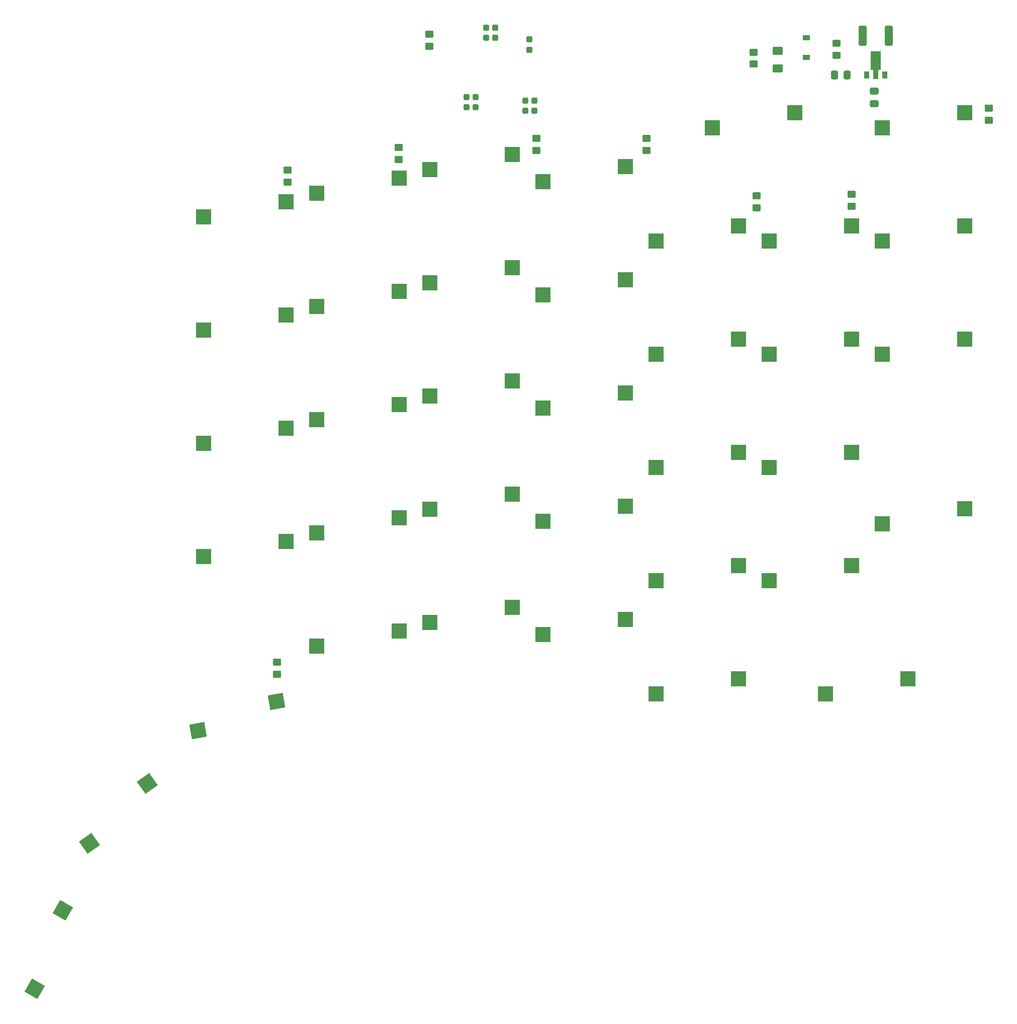
<source format=gbr>
%TF.GenerationSoftware,KiCad,Pcbnew,(6.0.0)*%
%TF.CreationDate,2022-01-02T22:49:07-08:00*%
%TF.ProjectId,thumbler_right,7468756d-626c-4657-925f-72696768742e,rev?*%
%TF.SameCoordinates,Original*%
%TF.FileFunction,Paste,Bot*%
%TF.FilePolarity,Positive*%
%FSLAX46Y46*%
G04 Gerber Fmt 4.6, Leading zero omitted, Abs format (unit mm)*
G04 Created by KiCad (PCBNEW (6.0.0)) date 2022-01-02 22:49:07*
%MOMM*%
%LPD*%
G01*
G04 APERTURE LIST*
G04 Aperture macros list*
%AMRoundRect*
0 Rectangle with rounded corners*
0 $1 Rounding radius*
0 $2 $3 $4 $5 $6 $7 $8 $9 X,Y pos of 4 corners*
0 Add a 4 corners polygon primitive as box body*
4,1,4,$2,$3,$4,$5,$6,$7,$8,$9,$2,$3,0*
0 Add four circle primitives for the rounded corners*
1,1,$1+$1,$2,$3*
1,1,$1+$1,$4,$5*
1,1,$1+$1,$6,$7*
1,1,$1+$1,$8,$9*
0 Add four rect primitives between the rounded corners*
20,1,$1+$1,$2,$3,$4,$5,0*
20,1,$1+$1,$4,$5,$6,$7,0*
20,1,$1+$1,$6,$7,$8,$9,0*
20,1,$1+$1,$8,$9,$2,$3,0*%
%AMRotRect*
0 Rectangle, with rotation*
0 The origin of the aperture is its center*
0 $1 length*
0 $2 width*
0 $3 Rotation angle, in degrees counterclockwise*
0 Add horizontal line*
21,1,$1,$2,0,0,$3*%
%AMFreePoly0*
4,1,9,3.862500,-0.866500,0.737500,-0.866500,0.737500,-0.450000,-0.737500,-0.450000,-0.737500,0.450000,0.737500,0.450000,0.737500,0.866500,3.862500,0.866500,3.862500,-0.866500,3.862500,-0.866500,$1*%
G04 Aperture macros list end*
%ADD10R,2.550000X2.500000*%
%ADD11RotRect,2.550000X2.500000X10.000000*%
%ADD12RotRect,2.550000X2.500000X35.450000*%
%ADD13RotRect,2.550000X2.500000X60.000000*%
%ADD14RoundRect,0.250000X-0.475000X0.337500X-0.475000X-0.337500X0.475000X-0.337500X0.475000X0.337500X0*%
%ADD15RoundRect,0.250000X0.337500X0.475000X-0.337500X0.475000X-0.337500X-0.475000X0.337500X-0.475000X0*%
%ADD16RoundRect,0.237500X-0.237500X0.300000X-0.237500X-0.300000X0.237500X-0.300000X0.237500X0.300000X0*%
%ADD17RoundRect,0.237500X0.237500X-0.300000X0.237500X0.300000X-0.237500X0.300000X-0.237500X-0.300000X0*%
%ADD18RoundRect,0.249999X0.450001X-0.325001X0.450001X0.325001X-0.450001X0.325001X-0.450001X-0.325001X0*%
%ADD19RoundRect,0.249999X-0.450001X0.350001X-0.450001X-0.350001X0.450001X-0.350001X0.450001X0.350001X0*%
%ADD20R,0.900000X1.300000*%
%ADD21FreePoly0,90.000000*%
%ADD22R,1.200000X0.900000*%
%ADD23RoundRect,0.250000X0.400000X1.450000X-0.400000X1.450000X-0.400000X-1.450000X0.400000X-1.450000X0*%
%ADD24RoundRect,0.250001X-0.624999X0.462499X-0.624999X-0.462499X0.624999X-0.462499X0.624999X0.462499X0*%
G04 APERTURE END LIST*
D10*
%TO.C,S35*%
X349089000Y-171007500D03*
X362939000Y-168467500D03*
%TD*%
D11*
%TO.C,S44*%
X348170987Y-257434169D03*
X361369508Y-252527730D03*
%TD*%
D12*
%TO.C,S45*%
X329832678Y-276381602D03*
X339642011Y-266279569D03*
%TD*%
D13*
%TO.C,S46*%
X320664295Y-300882352D03*
X325389591Y-287617900D03*
%TD*%
D10*
%TO.C,S71*%
X453864000Y-251207500D03*
X467714000Y-248667500D03*
%TD*%
%TO.C,S39*%
X368139000Y-167007500D03*
X381989000Y-164467500D03*
%TD*%
%TO.C,S47*%
X387189000Y-163007500D03*
X401039000Y-160467500D03*
%TD*%
%TO.C,S52*%
X406239000Y-165007500D03*
X420089000Y-162467500D03*
%TD*%
%TO.C,S57*%
X425289000Y-175007500D03*
X439139000Y-172467500D03*
%TD*%
%TO.C,S62*%
X434814000Y-155957500D03*
X448664000Y-153417500D03*
%TD*%
%TO.C,S67*%
X463389000Y-155957500D03*
X477239000Y-153417500D03*
%TD*%
%TO.C,S36*%
X349089000Y-190057500D03*
X362939000Y-187517500D03*
%TD*%
%TO.C,S40*%
X368139000Y-186057500D03*
X381989000Y-183517500D03*
%TD*%
%TO.C,S48*%
X387189000Y-182057500D03*
X401039000Y-179517500D03*
%TD*%
%TO.C,S53*%
X406239000Y-184057500D03*
X420089000Y-181517500D03*
%TD*%
%TO.C,S58*%
X425289000Y-194057500D03*
X439139000Y-191517500D03*
%TD*%
%TO.C,S63*%
X444339000Y-175007500D03*
X458189000Y-172467500D03*
%TD*%
%TO.C,S68*%
X463389000Y-175007500D03*
X477239000Y-172467500D03*
%TD*%
%TO.C,S37*%
X349089000Y-209107500D03*
X362939000Y-206567500D03*
%TD*%
%TO.C,S41*%
X368139000Y-205107500D03*
X381989000Y-202567500D03*
%TD*%
%TO.C,S49*%
X387189000Y-201107500D03*
X401039000Y-198567500D03*
%TD*%
%TO.C,S54*%
X406239000Y-203107500D03*
X420089000Y-200567500D03*
%TD*%
%TO.C,S59*%
X425289000Y-213107500D03*
X439139000Y-210567500D03*
%TD*%
%TO.C,S64*%
X444339000Y-194057500D03*
X458189000Y-191517500D03*
%TD*%
%TO.C,S69*%
X463389000Y-194057500D03*
X477239000Y-191517500D03*
%TD*%
%TO.C,S38*%
X349089000Y-228157500D03*
X362939000Y-225617500D03*
%TD*%
%TO.C,S42*%
X368139000Y-224157500D03*
X381989000Y-221617500D03*
%TD*%
%TO.C,S50*%
X387189000Y-220157500D03*
X401039000Y-217617500D03*
%TD*%
%TO.C,S55*%
X406239000Y-222157500D03*
X420089000Y-219617500D03*
%TD*%
%TO.C,S60*%
X425289000Y-232157500D03*
X439139000Y-229617500D03*
%TD*%
%TO.C,S65*%
X444339000Y-213107500D03*
X458189000Y-210567500D03*
%TD*%
%TO.C,S70*%
X463389000Y-222632500D03*
X477239000Y-220092500D03*
%TD*%
%TO.C,S43*%
X368139000Y-243207500D03*
X381989000Y-240667500D03*
%TD*%
%TO.C,S51*%
X387189000Y-239207500D03*
X401039000Y-236667500D03*
%TD*%
%TO.C,S56*%
X406239000Y-241207500D03*
X420089000Y-238667500D03*
%TD*%
%TO.C,S61*%
X425289000Y-251207500D03*
X439139000Y-248667500D03*
%TD*%
%TO.C,S66*%
X444339000Y-232157500D03*
X458189000Y-229617500D03*
%TD*%
D14*
%TO.C,C14*%
X462026000Y-149817000D03*
X462026000Y-151892000D03*
%TD*%
D15*
%TO.C,C15*%
X457454000Y-147066000D03*
X455379000Y-147066000D03*
%TD*%
D16*
%TO.C,C16*%
X393410500Y-150780500D03*
X393410500Y-152505500D03*
%TD*%
%TO.C,C17*%
X404840500Y-153140500D03*
X404840500Y-151415500D03*
%TD*%
%TO.C,C18*%
X394934500Y-150780500D03*
X394934500Y-152505500D03*
%TD*%
%TO.C,C19*%
X403316500Y-153140500D03*
X403316500Y-151415500D03*
%TD*%
D17*
%TO.C,C20*%
X403951500Y-142829200D03*
X403951500Y-141104200D03*
%TD*%
%TO.C,C21*%
X396712500Y-140821500D03*
X396712500Y-139096500D03*
%TD*%
%TO.C,C22*%
X398236500Y-140821500D03*
X398236500Y-139096500D03*
%TD*%
D18*
%TO.C,FB2*%
X455676000Y-143773000D03*
X455676000Y-141723000D03*
%TD*%
D19*
%TO.C,R27*%
X441706000Y-143256000D03*
X441706000Y-145256000D03*
%TD*%
%TO.C,R13*%
X363220000Y-163112000D03*
X363220000Y-165112000D03*
%TD*%
%TO.C,R15*%
X381944000Y-159290000D03*
X381944000Y-161290000D03*
%TD*%
%TO.C,R16*%
X361442000Y-245888000D03*
X361442000Y-247888000D03*
%TD*%
%TO.C,R19*%
X405130000Y-157750000D03*
X405130000Y-159750000D03*
%TD*%
%TO.C,R20*%
X423672000Y-157766000D03*
X423672000Y-159766000D03*
%TD*%
%TO.C,R23*%
X387096000Y-140240000D03*
X387096000Y-142240000D03*
%TD*%
%TO.C,R24*%
X442214000Y-167402000D03*
X442214000Y-169402000D03*
%TD*%
%TO.C,R25*%
X458216000Y-167148000D03*
X458216000Y-169148000D03*
%TD*%
%TO.C,R26*%
X481330000Y-152686000D03*
X481330000Y-154686000D03*
%TD*%
D20*
%TO.C,U3*%
X463780000Y-147065000D03*
D21*
X462280000Y-146977500D03*
D20*
X460780000Y-147065000D03*
%TD*%
D22*
%TO.C,D66*%
X450596000Y-144144000D03*
X450596000Y-140844000D03*
%TD*%
D23*
%TO.C,F2*%
X464505000Y-140462000D03*
X460055000Y-140462000D03*
%TD*%
D24*
%TO.C,D77*%
X445770000Y-143038500D03*
X445770000Y-146013500D03*
%TD*%
M02*

</source>
